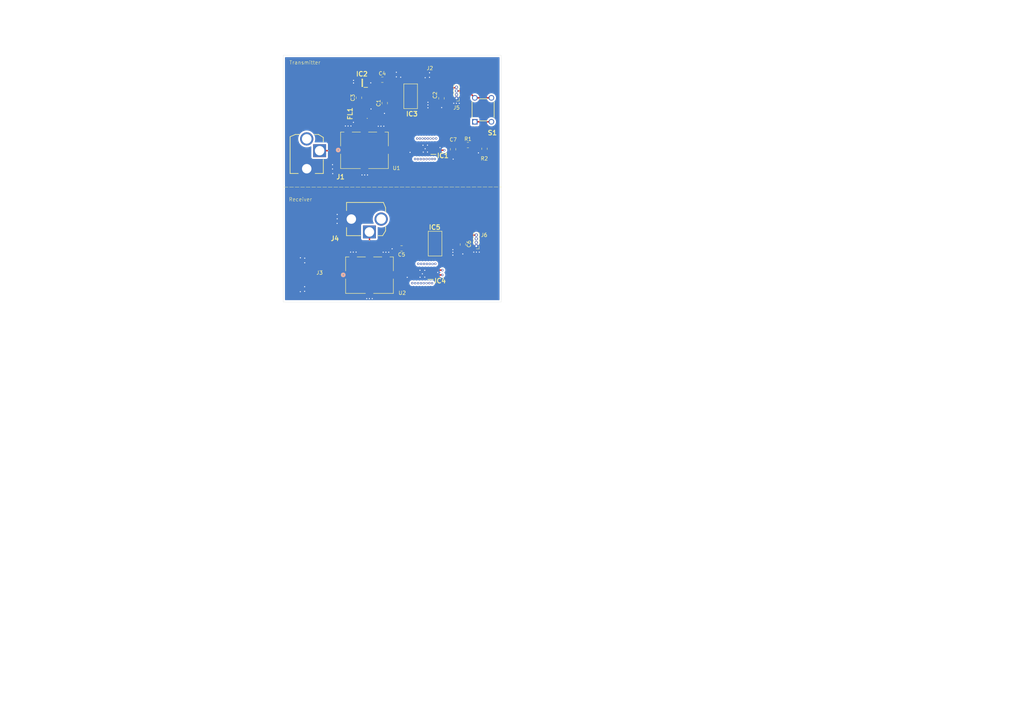
<source format=kicad_pcb>
(kicad_pcb
	(version 20241229)
	(generator "pcbnew")
	(generator_version "9.0")
	(general
		(thickness 1.5318)
		(legacy_teardrops no)
	)
	(paper "A4")
	(layers
		(0 "F.Cu" signal)
		(4 "In1.Cu" signal)
		(6 "In2.Cu" signal)
		(2 "B.Cu" signal)
		(9 "F.Adhes" user "F.Adhesive")
		(11 "B.Adhes" user "B.Adhesive")
		(13 "F.Paste" user)
		(15 "B.Paste" user)
		(5 "F.SilkS" user "F.Silkscreen")
		(7 "B.SilkS" user "B.Silkscreen")
		(1 "F.Mask" user)
		(3 "B.Mask" user)
		(17 "Dwgs.User" user "User.Drawings")
		(19 "Cmts.User" user "User.Comments")
		(21 "Eco1.User" user "User.Eco1")
		(23 "Eco2.User" user "User.Eco2")
		(25 "Edge.Cuts" user)
		(27 "Margin" user)
		(31 "F.CrtYd" user "F.Courtyard")
		(29 "B.CrtYd" user "B.Courtyard")
		(35 "F.Fab" user)
		(33 "B.Fab" user)
		(39 "User.1" user)
		(41 "User.2" user)
		(43 "User.3" user)
		(45 "User.4" user)
	)
	(setup
		(stackup
			(layer "F.SilkS"
				(type "Top Silk Screen")
			)
			(layer "F.Paste"
				(type "Top Solder Paste")
			)
			(layer "F.Mask"
				(type "Top Solder Mask")
				(thickness 0.01)
			)
			(layer "F.Cu"
				(type "copper")
				(thickness 0.0432)
			)
			(layer "dielectric 1"
				(type "prepreg")
				(thickness 0.1999)
				(material "FR4")
				(epsilon_r 3.68)
				(loss_tangent 0.02)
			)
			(layer "In1.Cu"
				(type "copper")
				(thickness 0.0175)
			)
			(layer "dielectric 2"
				(type "core")
				(thickness 0.9906)
				(material "FR4")
				(epsilon_r 3.68)
				(loss_tangent 0.02)
			)
			(layer "In2.Cu"
				(type "copper")
				(thickness 0.0175)
			)
			(layer "dielectric 3"
				(type "prepreg")
				(thickness 0.1999)
				(material "FR4")
				(epsilon_r 3.68)
				(loss_tangent 0.02)
			)
			(layer "B.Cu"
				(type "copper")
				(thickness 0.0432)
			)
			(layer "B.Mask"
				(type "Bottom Solder Mask")
				(thickness 0.01)
			)
			(layer "B.Paste"
				(type "Bottom Solder Paste")
			)
			(layer "B.SilkS"
				(type "Bottom Silk Screen")
			)
			(copper_finish "None")
			(dielectric_constraints no)
		)
		(pad_to_mask_clearance 0)
		(allow_soldermask_bridges_in_footprints no)
		(tenting front back)
		(pcbplotparams
			(layerselection 0x00000000_00000000_55555555_5755f5ff)
			(plot_on_all_layers_selection 0x00000000_00000000_00000000_00000000)
			(disableapertmacros no)
			(usegerberextensions no)
			(usegerberattributes yes)
			(usegerberadvancedattributes yes)
			(creategerberjobfile yes)
			(dashed_line_dash_ratio 12.000000)
			(dashed_line_gap_ratio 3.000000)
			(svgprecision 4)
			(plotframeref no)
			(mode 1)
			(useauxorigin no)
			(hpglpennumber 1)
			(hpglpenspeed 20)
			(hpglpendiameter 15.000000)
			(pdf_front_fp_property_popups yes)
			(pdf_back_fp_property_popups yes)
			(pdf_metadata yes)
			(pdf_single_document no)
			(dxfpolygonmode yes)
			(dxfimperialunits yes)
			(dxfusepcbnewfont yes)
			(psnegative no)
			(psa4output no)
			(plot_black_and_white yes)
			(sketchpadsonfab no)
			(plotpadnumbers no)
			(hidednponfab no)
			(sketchdnponfab yes)
			(crossoutdnponfab yes)
			(subtractmaskfromsilk no)
			(outputformat 1)
			(mirror no)
			(drillshape 1)
			(scaleselection 1)
			(outputdirectory "")
		)
	)
	(net 0 "")
	(net 1 "GND")
	(net 2 "Net-(IC1-VCC_1)")
	(net 3 "Net-(IC2-RF_IN)")
	(net 4 "Net-(FL1-OUTPUT)")
	(net 5 "Net-(C4-Pad2)")
	(net 6 "Net-(IC2-RF_OUT)")
	(net 7 "Net-(IC4-VCC_1)")
	(net 8 "Net-(IC5-IN)")
	(net 9 "Net-(FL1-INPUT)")
	(net 10 "Net-(IC1-TUNE)")
	(net 11 "unconnected-(IC1-N.C.-Pad1)")
	(net 12 "Net-(IC1-OUT)")
	(net 13 "unconnected-(IC3-OUT_2-Pad2)")
	(net 14 "Net-(IC4-TUNE)")
	(net 15 "Net-(IC4-OUT)")
	(net 16 "unconnected-(IC4-N.C.-Pad1)")
	(net 17 "unconnected-(IC5-OUT_2-Pad2)")
	(net 18 "Net-(U2-F)")
	(net 19 "Net-(J4-SLEEVE)")
	(net 20 "Net-(J1-SLEEVE)")
	(net 21 "unconnected-(J1-RING-Pad3)")
	(net 22 "unconnected-(J4-RING-Pad3)")
	(net 23 "Net-(IC3-IN)")
	(net 24 "Net-(IC1-~{SHDN})")
	(net 25 "Net-(IC4-~{SHDN})")
	(net 26 "Net-(J5-Pin_3)")
	(net 27 "Net-(S1-COM_1)")
	(footprint "Resistor_SMD:R_0805_2012Metric_Pad1.20x1.40mm_HandSolder" (layer "F.Cu") (at 137.25 48.925))
	(footprint "Connector_PinHeader_1.00mm:PinHeader_1x04_P1.00mm_Vertical" (layer "F.Cu") (at 134.15 36.225 180))
	(footprint "MAX2623EUA:SOP65P490X110-9N" (layer "F.Cu") (at 125.675 49.9 180))
	(footprint "SYM_63LH:TTT166_MNC" (layer "F.Cu") (at 109.175 50.35 180))
	(footprint "ADP3338AKCZ-5-R7:SOT230P700X180-4N" (layer "F.Cu") (at 121.7 35.675 180))
	(footprint "MAX2623EUA:SOP65P490X110-9N" (layer "F.Cu") (at 124.8869 83.8685 180))
	(footprint "RF2-143-T-17-50-G:ADAMTECH_RF2-143-T-17-50-G" (layer "F.Cu") (at 122.2 25.5934 180))
	(footprint "ADP3338AKCZ-5-R7:SOT230P700X180-4N" (layer "F.Cu") (at 128.3325 75.7 180))
	(footprint "Connector_PinHeader_1.00mm:PinHeader_1x04_P1.00mm_Vertical" (layer "F.Cu") (at 139.5325 76.375 180))
	(footprint "Capacitor_SMD:C_0805_2012Metric_Pad1.18x1.45mm_HandSolder" (layer "F.Cu") (at 107.675 36.075 90))
	(footprint "Capacitor_SMD:C_0805_2012Metric_Pad1.18x1.45mm_HandSolder" (layer "F.Cu") (at 130.075 36.2375 90))
	(footprint "Capacitor_SMD:C_0805_2012Metric_Pad1.18x1.45mm_HandSolder" (layer "F.Cu") (at 135.8825 75.9375 -90))
	(footprint "SJ3-35053A:SJ335053A" (layer "F.Cu") (at 97 50.45 90))
	(footprint "SJ3-35053A:SJ335053A" (layer "F.Cu") (at 110.5075 72.525))
	(footprint "Capacitor_SMD:C_0805_2012Metric_Pad1.18x1.45mm_HandSolder" (layer "F.Cu") (at 114.675 37.525 90))
	(footprint "Capacitor_SMD:C_0805_2012Metric_Pad1.18x1.45mm_HandSolder" (layer "F.Cu") (at 114.0125 31.175))
	(footprint "TS02-66-73-BK-260-SCR-D:TS026673BK260SCRD" (layer "F.Cu") (at 139.125 42.6 90))
	(footprint "RF2-143-T-17-50-G:ADAMTECH_RF2-143-T-17-50-G" (layer "F.Cu") (at 87.8551 84.1063 -90))
	(footprint "Capacitor_SMD:C_0805_2012Metric_Pad1.18x1.45mm_HandSolder" (layer "F.Cu") (at 119.245 77 180))
	(footprint "Resistor_SMD:R_0805_2012Metric_Pad1.20x1.40mm_HandSolder" (layer "F.Cu") (at 141.75 49.925 90))
	(footprint "Capacitor_SMD:C_0805_2012Metric_Pad1.18x1.45mm_HandSolder" (layer "F.Cu") (at 133.225 50.0625 90))
	(footprint "SF2098H:SF2098H" (layer "F.Cu") (at 108.575 40.975 90))
	(footprint "SYM_63LH:TTT166_MNC" (layer "F.Cu") (at 110.5369 84.2635 180))
	(footprint "BGA2866_115:SOT65P210X110-6N" (layer "F.Cu") (at 108.575 32.025 180))
	(gr_line
		(start 87.325 60.35)
		(end 146.375 60.3)
		(stroke
			(width 0.1)
			(type dash)
		)
		(layer "F.SilkS")
		(uuid "360b87df-3f0b-4ea0-9a3c-dcfb694ccd33")
	)
	(gr_rect
		(start 87.1 24.5493)
		(end 146.325 91.5507)
		(stroke
			(width 0.05)
			(type default)
		)
		(fill no)
		(layer "Edge.Cuts")
		(uuid "68713d1b-9b51-4673-b1bb-da439887594a")
	)
	(gr_text "Transmitter\n"
		(at 88.725 27.1 0)
		(layer "F.SilkS")
		(uuid "4fdb36d8-f8aa-440b-84b9-54de55c0eb00")
		(effects
			(font
				(size 1 1)
				(thickness 0.1)
			)
			(justify left bottom)
		)
	)
	(gr_text "Receiver\n"
		(at 88.575 64.275 0)
		(layer "F.SilkS")
		(uuid "e22d83a3-fbef-492c-bd19-5cf3b813f5aa")
		(effects
			(font
				(size 1 1)
				(thickness 0.1)
			)
			(justify left bottom)
		)
	)
	(via
		(at 124.5075 86.45)
		(size 0.6)
		(drill 0.3)
		(layers "F.Cu" "B.Cu")
		(net 0)
		(uuid "05471241-a788-48f3-92f8-3ca2ea1909b9")
	)
	(via
		(at 127.525 52.7)
		(size 0.6)
		(drill 0.3)
		(layers "F.Cu" "B.Cu")
		(net 0)
		(uuid "10253ea0-fdec-481f-bb1b-05767e29ebc3")
	)
	(via
		(at 125.275 52.725)
		(size 0.6)
		(drill 0.3)
		(layers "F.Cu" "B.Cu")
		(net 0)
		(uuid "1b9d26a1-422d-4a54-9477-dfcf8a0ed18d")
	)
	(via
		(at 126.9075 81.2)
		(size 0.6)
		(drill 0.3)
		(layers "F.Cu" "B.Cu")
		(net 0)
		(uuid "2167c15d-0f92-40e4-a92c-f1f15693ee85")
	)
	(via
		(at 125.65 47.15)
		(size 0.6)
		(drill 0.3)
		(layers "F.Cu" "B.Cu")
		(net 0)
		(uuid "27d72ae4-2028-414d-a49f-b3485f4ed30e")
	)
	(via
		(at 124.5325 81.2)
		(size 0.6)
		(drill 0.3)
		(layers "F.Cu" "B.Cu")
		(net 0)
		(uuid "280c5654-9a11-4b46-86fc-7ecb6a03cc88")
	)
	(via
		(at 126.1325 81.2)
		(size 0.6)
		(drill 0.3)
		(layers "F.Cu" "B.Cu")
		(net 0)
		(uuid "385c9f87-3059-4828-96ec-78bc08fad6de")
	)
	(via
		(at 128.625 47.125)
		(size 0.6)
		(drill 0.3)
		(layers "F.Cu" "B.Cu")
		(net 0)
		(uuid "4062bf84-98c7-4efc-91b3-8e010100aa43")
	)
	(via
		(at 127.85 47.15)
		(size 0.6)
		(drill 0.3)
		(layers "F.Cu" "B.Cu")
		(net 0)
		(uuid "4203fc0c-82f0-40fb-a7c5-cdb4f37fd5de")
	)
	(via
		(at 124.225 47.15)
		(size 0.6)
		(drill 0.3)
		(layers "F.Cu" "B.Cu")
		(net 0)
		(uuid "42f1dca7-c1c7-4644-bdf4-c238741bfe18")
	)
	(via
		(at 124.475 52.725)
		(size 0.6)
		(drill 0.3)
		(layers "F.Cu" "B.Cu")
		(net 0)
		(uuid "4aac8b2f-b191-4b7f-bfa4-97ac7baf24ce")
	)
	(via
		(at 126.8 52.725)
		(size 0.6)
		(drill 0.3)
		(layers "F.Cu" "B.Cu")
		(net 0)
		(uuid "5059caa2-2d5e-457c-9f64-2bcef73ab82c")
	)
	(via
		(at 122.9075 86.45)
		(size 0.6)
		(drill 0.3)
		(layers "F.Cu" "B.Cu")
		(net 0)
		(uuid "7ea1d8de-3aaf-4179-b4dd-b4e7a95e6aae")
	)
	(via
		(at 127.1 47.15)
		(size 0.6)
		(drill 0.3)
		(layers "F.Cu" "B.Cu")
		(net 0)
		(uuid "7f1b3111-eb9a-475d-80bd-9f32db965994")
	)
	(via
		(at 127.6575 81.2)
		(size 0.6)
		(drill 0.3)
		(layers "F.Cu" "B.Cu")
		(net 0)
		(uuid "81a059b5-dc82-4e44-81d9-89a8c0dc9522")
	)
	(via
		(at 126.7575 86.425)
		(size 0.6)
		(drill 0.3)
		(layers "F.Cu" "B.Cu")
		(net 0)
		(uuid "8261ad16-63d3-4eb5-86cd-78a58b7bc697")
	)
	(via
		(at 123.5 47.15)
		(size 0.6)
		(drill 0.3)
		(layers "F.Cu" "B.Cu")
		(net 0)
		(uuid "868f148f-93c5-480b-add9-353341dc7066")
	)
	(via
		(at 125.2825 86.45)
		(size 0.6)
		(drill 0.3)
		(layers "F.Cu" "B.Cu")
		(net 0)
		(uuid "8dc39265-6808-416c-b806-27c6858ccb1c")
	)
	(via
		(at 125.3325 81.2)
		(size 0.6)
		(drill 0.3)
		(layers "F.Cu" "B.Cu")
		(net 0)
		(uuid "90bf9ae2-b943-4f23-966c-cd10ba051453")
	)
	(via
		(at 124.95 47.15)
		(size 0.6)
		(drill 0.3)
		(layers "F.Cu" "B.Cu")
		(net 0)
		(uuid "92252b02-c792-4a2a-8680-8f5370714af3")
	)
	(via
		(at 127.5075 86.425)
		(size 0.6)
		(drill 0.3)
		(layers "F.Cu" "B.Cu")
		(net 0)
		(uuid "a2d1311f-3371-419e-b742-2d4f40f71761")
	)
	(via
		(at 122.9 52.7)
		(size 0.6)
		(drill 0.3)
		(layers "F.Cu" "B.Cu")
		(net 0)
		(uuid "ac6c6802-fc31-4e2b-a5fc-fc8dc658a12e")
	)
	(via
		(at 126.0325 86.45)
		(size 0.6)
		(drill 0.3)
		(layers "F.Cu" "B.Cu")
		(net 0)
		(uuid "cc52e904-26d6-4e17-93d2-ede12b4cfb57")
	)
	(via
		(at 126.375 47.15)
		(size 0.6)
		(drill 0.3)
		(layers "F.Cu" "B.Cu")
		(net 0)
		(uuid "dac42783-d0ae-480d-9bff-356208bf9af4")
	)
	(via
		(at 123.7075 86.45)
		(size 0.6)
		(drill 0.3)
		(layers "F.Cu" "B.Cu")
		(net 0)
		(uuid "dce87b1d-2966-4c1d-8f49-e30eadd4c530")
	)
	(via
		(at 123.675 52.725)
		(size 0.6)
		(drill 0.3)
		(layers "F.Cu" "B.Cu")
		(net 0)
		(uuid "e68e3da0-effe-4108-97e7-6f36f19d9f71")
	)
	(via
		(at 128.275 52.7)
		(size 0.6)
		(drill 0.3)
		(layers "F.Cu" "B.Cu")
		(net 0)
		(uuid "e6e33a3d-a7ba-41a0-8a62-71b8eb05ffaf")
	)
	(via
		(at 122.1325 86.425)
		(size 0.6)
		(drill 0.3)
		(layers "F.Cu" "B.Cu")
		(net 0)
		(uuid "ed8899bf-a876-4bdf-9c1d-b06a225619d3")
	)
	(via
		(at 123.7575 81.175)
		(size 0.6)
		(drill 0.3)
		(layers "F.Cu" "B.Cu")
		(net 0)
		(uuid "ef630360-10ae-464f-a980-702a81ad8033")
	)
	(via
		(at 128.3825 81.175)
		(size 0.6)
		(drill 0.3)
		(layers "F.Cu" "B.Cu")
		(net 0)
		(uuid "f826b0da-a435-40fa-ae63-157a6813054e")
	)
	(via
		(at 126.05 52.725)
		(size 0.6)
		(drill 0.3)
		(layers "F.Cu" "B.Cu")
		(net 0)
		(uuid "fd53df32-8672-436d-9d4c-f8d9f8a4c7e2")
	)
	(segment
		(start 133.1575 78.825)
		(end 132.3465 78.825)
		(width 0.4)
		(layer "F.Cu")
		(net 1)
		(uuid "017f4498-d467-4967-8ec2-3937f35880aa")
	)
	(segment
		(start 108.5 55.343)
		(end 109.175 54.668)
		(width 0.4)
		(layer "F.Cu")
		(net 1)
		(uuid "03e75206-06c9-4878-93cd-7a31ad18c50f")
	)
	(segment
		(start 126 49.575)
		(end 127.887 49.575)
		(width 0.4)
		(layer "F.Cu")
		(net 1)
		(uuid "04036775-2c86-427f-b430-33c5be745d89")
	)
	(segment
		(start 134.125 37.575)
		(end 134.125 36.25)
		(width 0.4)
		(layer "F.Cu")
		(net 1)
		(uuid "051eabbc-7423-4dae-a4ce-6f0505747eff")
	)
	(segment
		(start 125.05 49.275)
		(end 125.05 48.975)
		(width 0.4)
		(layer "F.Cu")
		(net 1)
		(uuid "06961afc-1947-4771-a06e-9acccc07e6fe")
	)
	(segment
		(start 100.55 56.675)
		(end 96.925 56.675)
		(width 0.4)
		(layer "F.Cu")
		(net 1)
		(uuid "06967d45-c64c-4c0b-9e06-265279eadc7f")
	)
	(segment
		(start 140.3325 78)
		(end 140.3325 77.175)
		(width 0.4)
		(layer "F.Cu")
		(net 1)
		(uuid "078d2a52-746e-4943-965f-ed09907fdf05")
	)
	(segment
		(start 125.675 49.55)
		(end 126.275 48.95)
		(width 0.4)
		(layer "F.Cu")
		(net 1)
		(uuid "07a683da-de3c-4725-bf7a-96f4d0079947")
	)
	(segment
		(start 114.6 38.6375)
		(end 114.675 38.5625)
		(width 0.4)
		(layer "F.Cu")
		(net 1)
		(uuid "0b3c0735-96fe-4fb6-be5e-d7ac43480b2c")
	)
	(segment
		(start 123.463 50.875)
		(end 125.1 50.875)
		(width 0.4)
		(layer "F.Cu")
		(net 1)
		(uuid "0c7dd232-9957-447d-91d7-140d6716a9c3")
	)
	(segment
		(start 110 55.493)
		(end 109.175 54.668)
		(width 0.4)
		(layer "F.Cu")
		(net 1)
		(uuid "0e309280-7f71-4237-a1a9-f5ea08137692")
	)
	(segment
		(start 106.2 32.075)
		(end 106.25 32.025)
		(width 0.4)
		(layer "F.Cu")
		(net 1)
		(uuid "0e83da14-0685-451a-b72b-c97775cbacb7")
	)
	(segment
		(start 106.9075 78)
		(end 106.9075 79.0029)
		(width 0.4)
		(layer "F.Cu")
		(net 1)
		(uuid "0ea12341-623c-4032-8545-a762bd817982")
	)
	(segment
		(start 126.275 50.825)
		(end 126.35 50.9)
		(width 0.4)
		(layer "F.Cu")
		(net 1)
		(uuid "0f01de68-488a-49d0-a3d2-b0bde3e347ed")
	)
	(segment
		(start 89.8617 81.325)
		(end 92.52545 81.325)
		(width 0.4)
		(layer "F.Cu")
		(net 1)
		(uuid "0f622610-1777-462c-85c7-89a6aaf884a4")
	)
	(segment
		(start 119.4187 30.0813)
		(end 119 30.5)
		(width 0.4)
		(layer "F.Cu")
		(net 1)
		(uuid "0f9b1f46-36b5-422e-ae99-0171287d99dd")
	)
	(segment
		(start 125.675 49.9)
		(end 125.675 50.3)
		(width 0.4)
		(layer "F.Cu")
		(net 1)
		(uuid "11e30840-bc1d-47cb-9f7d-8e65de25983a")
	)
	(segment
		(start 125.1375 50.8375)
		(end 125.025 50.95)
		(width 0.4)
		(layer "F.Cu")
		(net 1)
		(uuid "15d4256e-c09b-4592-8691-8c8b20db20af")
	)
	(segment
		(start 127.1174 83.525)
		(end 127.0989 83.5435)
		(width 0.4)
		(layer "F.Cu")
		(net 1)
		(uuid "180d7dde-746f-4ad9-9c2b-8b35704778da")
	)
	(segment
		(start 105.5 45.135)
		(end 104.73 45.905)
		(width 0.4)
		(layer "F.Cu")
		(net 1)
		(uuid "1a870b39-87d3-4f7d-bff0-34f7918ee9cc")
	)
	(segment
		(start 125.0625 50.5125)
		(end 125.65 49.925)
		(width 0.4)
		(layer "F.Cu")
		(net 1)
		(uuid "1aa1e813-d376-4c5a-b629-7ffd00617a3a")
	)
	(segment
		(start 89.8617 86.8876)
		(end 91.17715 86.8876)
		(width 0.4)
		(layer "F.Cu")
		(net 1)
		(uuid "1ae1bd17-4684-4e7f-b75b-e8f61488288d")
	)
	(segment
		(start 134.9 37.575)
		(end 134.9 36.975)
		(width 0.4)
		(layer "F.Cu")
		(net 1)
		(uuid "1c251a21-d28c-4438-a74a-164a43a9a670")
	)
	(segment
		(start 124.8869 83.9)
		(end 124.8869 83.8685)
		(width 0.4)
		(layer "F.Cu")
		(net 1)
		(uuid "1cab4de6-166c-4a05-838f-85651eeafcad")
	)
	(segment
		(start 89.8617 86.8876)
		(end 92.42715 86.8876)
		(width 0.4)
		(layer "F.Cu")
		(net 1)
		(uuid "1f060519-b84a-4ec2-9838-e010d2c6db2e")
	)
	(segment
		(start 114.9825 79.8179)
		(end 114.9819 79.8185)
		(width 0.4)
		(layer "F.Cu")
		(net 1)
		(uuid "20ce8ea3-ecfb-4805-9835-e832de39265d")
	)
	(segment
		(start 124.8869 84.1956)
		(end 124.2575 84.825)
		(width 0.4)
		(layer "F.Cu")
		(net 1)
		(uuid "234628dc-03e3-46fd-a28f-cf633483c083")
	)
	(segment
		(start 115.7575 78.025)
		(end 115.7575 79.0429)
		(width 0.4)
		(layer "F.Cu")
		(net 1)
		(uuid "238775e7-6ac4-43f3-8a54-79332160cc37")
	)
	(segment
		(start 125.675 49.55)
		(end 125.675 49.9)
		(width 0.4)
		(layer "F.Cu")
		(net 1)
		(uuid "2484ad8c-267d-4784-a472-8eecfaa13a60")
	)
	(segment
		(start 124.9813 29.9563)
		(end 125.65 30.625)
		(width 0.4)
		(layer "F.Cu")
		(net 1)
		(uuid "2e358cd1-b555-4c99-94c6-e4d2bb952d76")
	)
	(segment
		(start 124.8869 83.5956)
		(end 124.8869 83.8685)
		(width 0.4)
		(layer "F.Cu")
		(net 1)
		(uuid "2e6fb30f-7392-439f-8a23-609f3935cd4c")
	)
	(segment
		(start 110.5075 88.6109)
		(end 110.5369 88.5815)
		(width 0.4)
		(layer "F.Cu")
		(net 1)
		(uuid "3089d2e1-d939-438c-970b-886a87d1ed25")
	)
	(segment
		(start 119.4187 27.6)
		(end 119.4187 30.0813)
		(width 0.4)
		(layer "F.Cu")
		(net 1)
		(uuid "314f855d-3ffe-41f5-a2ed-cdc479646f6b")
	)
	(segment
		(start 104.4325 70.2)
		(end 105.6075 69.025)
		(width 0.4)
		(layer "F.Cu")
		(net 1)
		(uuid "3a5a264a-776e-4d2e-95d4-8e847d98742b")
	)
	(segment
		(start 89.8617 81.325)
		(end 90.00045 81.325)
		(width 0.4)
		(layer "F.Cu")
		(net 1)
		(uuid "407ad3b6-7ed5-442e-991e-5f081227058b")
	)
	(segment
		(start 107.975 41.575)
		(end 109.175 40.375)
		(width 0.4)
		(layer "F.Cu")
		(net 1)
		(uuid "42698912-4d81-47fe-a113-863dc3e141dc")
	)
	(segment
		(start 104 45.175)
		(end 104.73 45.905)
		(width 0.4)
		(layer "F.Cu")
		(net 1)
		(uuid "4676eab2-afc5-4fd1-82fc-555d1f860689")
	)
	(segment
		(start 105.5 43.75)
		(end 105.5 45.135)
		(width 0.4)
		(layer "F.Cu")
		(net 1)
		(uuid "47066365-b93f-4f49-8446-972fec87f80d")
	)
	(segment
		(start 110.95 39.125)
		(end 110.325 39.125)
		(width 0.4)
		(layer "F.Cu")
		(net 1)
		(uuid "4965db02-8361-4386-b487-96a2a2065001")
	)
	(segment
		(start 123.438 50.9)
		(end 123.463 50.875)
		(width 0.4)
		(layer "F.Cu")
		(net 1)
		(uuid "4df08c3b-9f7b-4b87-8931-eaa4630714f5")
	)
	(segment
		(start 138.8325 78)
		(end 138.8325 77.075)
		(width 0.4)
		(layer "F.Cu")
		(net 1)
		(uuid "4e477ee8-413b-4fe8-85ce-dde845f1c1b4")
	)
	(segment
		(start 140.1 51.05)
		(end 141.625 51.05)
		(width 0.4)
		(layer "F.Cu")
		(net 1)
		(uuid "4f1874e0-34d6-42c5-8953-4a67591d36db")
	)
	(segment
		(start 114.2575 78.025)
		(end 114.2575 79.0941)
		(width 0.4)
		(layer "F.Cu")
		(net 1)
		(uuid "5062eb50-7d1a-4938-bcdd-f968ed7e04c4")
	)
	(segment
		(start 107.975 41.675)
		(end 107.975 41.575)
		(width 0.4)
		(layer "F.Cu")
		(net 1)
		(uuid "509d4b51-21f0-4b0e-a91c-4327a54c9d22")
	)
	(segment
		(start 125.05 48.975)
		(end 125.05 48.925)
		(width 0.4)
		(layer "F.Cu")
		(net 1)
		(uuid "51f5e483-aa65-48eb-9d90-2bea7bc11c39")
	)
	(segment
		(start 114.2575 79.0941)
		(end 114.9819 79.8185)
		(width 0.4)
		(layer "F.Cu")
		(net 1)
		(uuid "5255e00f-7988-4363-8fb1-8e23c6f289c5")
	)
	(segment
		(start 132.2193 77.325)
		(end 131.5329 78.0114)
		(width 0.4)
		(layer "F.Cu")
		(net 1)
		(uuid "5355386d-b24e-4ad9-8574-a3407b4a5211")
	)
	(segment
		(start 113.65 43.8)
		(end 113.65 45.875)
		(width 0.4)
		(layer "F.Cu")
		(net 1)
		(uuid "56f3cccc-b97d-409c-abb6-a8883392d132")
	)
	(segment
		(start 114.425 43.8)
		(end 114.425 45.1)
		(width 0.4)
		(layer "F.Cu")
		(net 1)
		(uuid "57685fd8-f1ec-4e1c-9392-0c131a7775d7")
	)
	(segment
		(start 106.1325 79.7779)
		(end 106.0919 79.8185)
		(width 0.4)
		(layer "F.Cu")
		(net 1)
		(uuid "581d26b1-8100-41c9-8267-ac70e1da6187")
	)
	(segment
		(start 112.925 45.21)
		(end 113.62 45.905)
		(width 0.4)
		(layer "F.Cu")
		(net 1)
		(uuid "5a1e4d58-ece2-4b2d-b332-ab331740a67b")
	)
	(segment
		(start 118.1075 77.1)
		(end 118.2075 77)
		(width 0.4)
		(layer "F.Cu")
		(net 1)
		(uuid "5a89305e-9f53-4d0a-9453-784f9cc78cfe")
	)
	(segment
		(start 106.9075 79.0029)
		(end 106.0919 79.8185)
		(width 0.4)
		(layer "F.Cu")
		(net 1)
		(uuid "5ab8374a-5ac8-489b-8455-6e1c418e62a2")
	)
	(segment
		(start 125.675 49.9)
		(end 126 49.575)
		(width 0.4)
		(layer "F.Cu")
		(net 1)
		(uuid "5b2df7ec-404f-49cc-a123-da424e6816c3")
	)
	(segment
		(start 133.4 36.975)
		(end 134.15 36.225)
		(width 0.4)
		(layer "F.Cu")
		(net 1)
		(uuid "5cf0b1e7-dd3c-4d1e-8f85-2e22ac0a0a69")
	)
	(segment
		(start 135.8575 77)
		(end 135.8825 76.975)
		(width 0.4)
		(layer "F.Cu")
		(net 1)
		(uuid "5d52db44-b3d6-446f-9d8b-c3eb9028aa7b")
	)
	(segment
		(start 125.5868 37.3)
		(end 124.9004 37.9864)
		(width 0.4)
		(layer "F.Cu")
		(net 1)
		(uuid "5d79a198-9239-4d5e-a6eb-65361e422b78")
	)
	(segment
		(start 106.9 42.75)
		(end 107.975 41.675)
		(width 0.4)
		(layer "F.Cu")
		(net 1)
		(uuid "5d9a5ec8-8123-4e51-986f-159a840d1577")
	)
	(segment
		(start 110.875 32.025)
		(end 109.525 32.025)
		(width 0.4)
		(layer "F.Cu")
		(net 1)
		(uuid "5dc2d0d1-2c1e-4462-a60a-f35af98da41d")
	)
	(segment
		(start 124.8869 83.5794)
		(end 124.8869 83.8685)
		(width 0.4)
		(layer "F.Cu")
		(net 1)
		(uuid "604fed24-a3db-40ed-aa93-11696b9fea17")
	)
	(segment
		(start 124.9813 28.6813)
		(end 126.825 30.525)
		(width 0.4)
		(layer "F.Cu")
		(net 1)
		(uuid "6094e1b7-e537-4a9e-87b0-c88b48a66f60")
	)
	(segment
		(start 105.4075 78)
		(end 105.4075 79.1341)
		(width 0.4)
		(layer "F.Cu")
		(net 1)
		(uuid "60ff7a99-e0ea-4c02-b5cd-0aa35a84f602")
	)
	(segment
		(start 140.3325 77.175)
		(end 139.5325 76.375)
		(width 0.4)
		(layer "F.Cu")
		(net 1)
		(uuid "621baa2a-5cc3-4dfd-bde3-719bea6a25a9")
	)
	(segment
		(start 100.5 54.25)
		(end 96.775 54.25)
		(width 0.4)
		(layer "F.Cu")
		(net 1)
		(uuid "64163fad-70fd-41bb-b07e-212a4e80a807")
	)
	(segment
		(start 90.00045 81.325)
		(end 91.7825 79.54295)
		(width 0.4)
		(layer "F.Cu")
		(net 1)
		(uuid "65f2f31c-be26-4c5f-aac4-6623b835c4a8")
	)
	(segment
		(start 95.6 55.35)
		(end 93.5 55.35)
		(width 0.4)
		(layer "F.Cu")
		(net 1)
		(uuid "6b2cc20d-bab2-4efe-9a97-8dd92179d206")
	)
	(segment
		(start 130.125 37.325)
		(end 130.075 37.275)
		(width 0.4)
		(layer "F.Cu")
		(net 1)
		(uuid "7061baaa-f49e-4dcf-bac0-95974a2d8063")
	)
	(segment
		(start 111.2825 90.625)
		(end 111.2825 89.3271)
		(width 0.4)
		(layer "F.Cu")
		(net 1)
		(uuid "71f51682-8309-45e1-9a4e-df8bcb749b68")
	)
	(segment
		(start 133.1575 77.325)
		(end 132.2193 77.325)
		(width 0.4)
		(layer "F.Cu")
		(net 1)
		(uuid "726302f4-8d88-43a0-9632-62ce11ced426")
	)
	(segment
		(start 125.675 50.225)
		(end 126.275 50.825)
		(width 0.4)
		(layer "F.Cu")
		(net 1)
		(uuid "72dcd6d6-4b23-424a-a31e-81af6a67959d")
	)
	(segment
		(start 116.6825 77.1)
		(end 118.1075 77.1)
		(width 0.4)
		(layer "F.Cu")
		(net 1)
		(uuid "735c2997-64b2-4d2f-ac6a-86c35e2cb626")
	)
	(segment
		(start 134.125 36.25)
		(end 134.15 36.225)
		(width 0.4)
		(layer "F.Cu")
		(net 1)
		(uuid "74c0137d-f654-405c-be25-25a6774c128a")
	)
	(segment
		(start 141.625 51.05)
		(end 141.75 50.925)
		(width 0.4)
		(layer "F.Cu")
		(net 1)
		(uuid "75050518-c330-44bf-bf31-26c7eb82ea4b")
	)
	(segment
		(start 119.375 27.6)
		(end 117.825 29.15)
		(width 0.4)
		(layer "F.Cu")
		(net 1)
		(uuid "771afbe4-80e3-4c46-90af-989df2839ff8")
	)
	(segment
		(start 120.7825 84.85)
		(end 122.6684 84.85)
		(width 0.4)
		(layer "F.Cu")
		(net 1)
		(uuid "7a888bbc-af27-4d07-8e7c-e350f180316e")
	)
	(segment
		(start 133.4 37.575)
		(end 133.4 36.975)
		(width 0.4)
		(layer "F.Cu")
		(net 1)
		(uuid "7bc6b87b-74e5-41dd-9497-142a234a11a9")
	)
	(segment
		(start 104.3575 67.775)
		(end 105.6075 69.025)
		(width 0.4)
		(layer "F.Cu")
		(net 1)
		(uuid "80735988-e98d-41fc-8de8-f60a7310615c")
	)
	(segment
		(start 109.175 40.375)
		(end 109.175 40.275)
		(width 0.4)
		(layer "F.Cu")
		(net 1)
		(uuid "822ecdc9-ea5c-4201-8c91-af97ba430048")
	)
	(segment
		(start 91.27545 81.325)
		(end 92.9575 79.64295)
		(width 0.4)
		(layer "F.Cu")
		(net 1)
		(uuid "82d2ca89-3acd-4c41-93ea-9e86c5390c6e")
	)
	(segment
		(start 125.15 27.6)
		(end 126.825 29.275)
		(width 0.4)
		(layer "F.Cu")
		(net 1)
		(uuid "85c79abd-c6dc-4623-a1c1-24eeaa67717a")
	)
	(segment
		(start 96.775 54.25)
		(end 95.675 55.35)
		(width 0.4)
		(layer "F.Cu")
		(net 1)
		(uuid "862b997c-1616-475a-b40d-3c4cf74bb20f")
	)
	(segment
		(start 106.25 32.025)
		(end 107.625 32.025)
		(width 0.4)
		(layer "F.Cu")
		(net 1)
		(uuid "88a3f3d0-8c3e-46b7-b539-ec3a9b728794")
	)
	(segment
		(start 95.675 55.35)
		(end 95.6 55.35)
		(width 0.4)
		(layer "F.Cu")
		(net 1)
		(uuid "8bdf26a2-8021-43ae-9ba0-c1fe7a81e414")
	)
	(segment
		(start 124.8869 83.5794)
		(end 124.2325 82.925)
		(width 0.4)
		(layer "F.Cu")
		(net 1)
		(uuid "8d7be64d-9fa1-46a3-b50d-42234aecdc1b")
	)
	(segment
		(start 106.175 42.75)
		(end 106.9 42.75)
		(width 0.4)
		(layer "F.Cu")
		(net 1)
		(uuid "8dcf799b-527b-4cb6-9430-eb53bc3eac2c")
	)
	(segment
		(start 112.925 43.8)
		(end 112.925 45.21)
		(width 0.4)
		(layer "F.Cu")
		(net 1)
		(uuid "911c2d13-58a6-43e6-b126-2cb42bc17625")
	)
	(segment
		(start 119.4187 27.6)
		(end 119.4187 28.8063)
		(width 0.4)
		(layer "F.Cu")
		(net 1)
		(uuid "93338742-27e2-4b8c-974e-9b333fee1280")
	)
	(segment
		(start 133.25 51.125)
		(end 133.225 51.1)
		(width 0.4)
		(layer "F.Cu")
		(net 1)
		(uuid "9b2dcb38-f97e-49cf-a1e6-387b6e74663e")
	)
	(segment
		(start 109.7825 89.3359)
		(end 110.5369 88.5815)
		(width 0.4)
		(layer "F.Cu")
		(net 1)
		(uuid "9b7c3f0d-caa7-4593-9a92-b25f70d77664")
	)
	(segment
		(start 114.6 40.325)
		(end 114.6 38.6375)
		(width 0.4)
		(layer "F.Cu")
		(net 1)
		(uuid "9bdadeaf-a330-4c2f-9742-1f172c0900cf")
	)
	(segment
		(start 124.9813 27.6)
		(end 125.15 27.6)
		(width 0.4)
		(layer "F.Cu")
		(net 1)
		(uuid "9c253b35-f674-42c1-8b80-46882f6d0312")
	)
	(segment
		(start 126.275 49.3)
		(end 126.275 48.95)
		(width 0.4)
		(layer "F.Cu")
		(net 1)
		(uuid "9d8cc3b6-0ec5-4f03-a73d-532c0df7f0e0")
	)
	(segment
		(start 139.5575 78)
		(end 139.5575 76.4)
		(width 0.4)
		(layer "F.Cu")
		(net 1)
		(uuid "a01ae37f-35e1-4649-9bc9-d21cf5f44239")
	)
	(segment
		(start 104.725 43.75)
		(end 104.725 45.9)
		(width 0.4)
		(layer "F.Cu")
		(net 1)
		(uuid "a553520e-188f-4f49-b63f-2c4fe3d7d5d5")
	)
	(segment
		(start 138.8325 77.075)
		(end 139.5325 76.375)
		(width 0.4)
		(layer "F.Cu")
		(net 1)
		(uuid "a7b5679e-f94e-4299-bb7c-df9c774c766c")
	)
	(segment
		(start 109.225 54.718)
		(end 109.175 54.668)
		(width 0.4)
		(layer "F.Cu")
		(net 1)
		(uuid "a827022a-17d5-44ff-811a-96c1583faf19")
	)
	(segment
		(start 89.8617 86.8876)
		(end 89.90215 86.8876)
		(width 0.4)
		(layer "F.Cu")
		(net 1)
		(uuid "a931baf9-9da4-4dd9-ad13-bb7d6d0e0d4d")
	)
	(segment
		(start 124.8869 83.5956)
		(end 125.5325 82.95)
		(width 0.4)
		(layer "F.Cu")
		(net 1)
		(uuid "aa65da48-b40a-4152-90c7-773cbc1ad95c")
	)
	(segment
		(start 105.4075 79.1341)
		(end 106.0919 79.8185)
		(width 0.4)
		(layer "F.Cu")
		(net 1)
		(uuid "aba3c056-d1e6-46ea-905e-293c028b67f4")
	)
	(segment
		(start 124.9004 37.9864)
		(end 126.3614 37.9864)
		(width 0.4)
		(layer "F.Cu")
		(net 1)
		(uuid "ac886579-32b9-4955-9cf4-395d6706f657")
	)
	(segment
		(start 125.675 49.9)
		(end 125.05 49.275)
		(width 0.4)
		(layer "F.Cu")
		(net 1)
		(uuid "ae62ff58-f5bf-4336-9fd5-6776d6135df2")
	)
	(segment
		(start 101.75 70.2)
		(end 104.4325 70.2)
		(width 0.4)
		(layer "F.Cu")
		(net 1)
		(uuid "b0bed9f3-0bab-4be8-bd83-b8d6ce11f227")
	)
	(segment
		(start 125.1 50.875)
		(end 125.1375 50.8375)
		(width 0.4)
		(layer "F.Cu")
		(net 1)
		(uuid "b0def174-7483-4ad4-a8e8-b439f76c8617")
	)
	(segment
		(start 109.7825 90.625)
		(end 109.7825 89.3359)
		(width 0.4)
		(layer "F.Cu")
		(net 1)
		(uuid "b24d77d7-c862-4274-98b2-b22ebfc65791")
	)
	(segment
		(start 129.0575 83.525)
		(end 127.1174 83.525)
		(width 0.4)
		(layer "F.Cu")
		(net 1)
		(uuid "b5100497-e00a-453c-bf12-2fd68abeca39")
	)
	(segment
		(start 89.90215 86.8876)
		(end 91.7575 88.74295)
		(width 0.4)
		(layer "F.Cu")
		(net 1)
		(uuid "b5199417-c161-47a0-8740-bbfb86846082")
	)
	(segment
		(start 110.5075 90.625)
		(end 110.5075 88.6109)
		(width 0.4)
		(layer "F.Cu")
		(net 1)
		(uuid "b67f4b22-3cd7-4263-9b41-2c56f2cca078")
	)
	(segment
		(start 114.9825 78.025)
		(end 114.9825 79.8179)
		(width 0.4)
		(layer "F.Cu")
		(net 1)
		(uuid "b6eec518-fa2e-46e5-aff0-6a11c28dc99d")
	)
	(segment
		(start 91.17715 86.8876)
		(end 92.9325 88.64295)
		(width 0.4)
		(layer "F.Cu")
		(net 1)
		(uuid "b7bd3e93-a50e-4a81-a015-efbc3f2be430")
	)
	(segment
		(start 111.2825 89.3271)
		(end 110.5369 88.5815)
		(width 0.4)
		(layer "F.Cu")
		(net 1)
		(uuid "b8960342-d55d-4059-85ab-66c0cbb353e4")
	)
	(segment
		(start 122.6684 84.85)
		(end 122.6749 84.8435)
		(width 0.4)
		(layer "F.Cu")
		(net 1)
		(uuid "b9ad82b2-8b63-45e3-a254-1bbffe233144")
	)
	(segment
		(start 100.5 55.425)
		(end 100.425 55.35)
		(width 0.4)
		(layer "F.Cu")
		(net 1)
		(uuid "b9ed8c68-d90a-400b-b127-69708fd6d883")
	)
	(segment
		(start 92.42715 86.8876)
		(end 92.9325 87.39295)
		(width 0.4)
		(layer "F.Cu")
		(net 1)
		(uuid "baed683c-0b25-4636-8a15-02f04fff3ce8")
	)
	(segment
		(start 124.9813 27.6)
		(end 124.9813 29.9563)
		(width 0.4)
		(layer "F.Cu")
		(net 1)
		(uuid "bc80c324-a7cd-40d1-8b9f-a56e6091812d")
	)
	(segment
		(start 101.775 68.95)
		(end 105.5325 68.95)
		(width 0.4)
		(layer "F.Cu")
		(net 1)
		(uuid "bc94ce73-b443-4a08-8cb8-9cf4ab0b8498")
	)
	(segment
		(start 126.4 37.3)
		(end 125.5868 37.3)
		(width 0.4)
		(layer "F.Cu")
		(net 1)
		(uuid "bfdd59b8-020d-4677-be1c-4fd018655be3")
	)
	(segment
		(start 108.5 57.05)
		(end 108.5 55.343)
		(width 0.4)
		(layer "F.Cu")
		(net 1)
		(uuid "c284c5d9-628d-4bc8-b0e2-2690613e65ae")
	)
	(segment
		(start 92.52545 81.325)
		(end 92.9575 80.89295)
		(width 0.4)
		(layer "F.Cu")
		(net 1)
		(uuid "c466bbda-67b9-4fcb-94b6-e9c37d818eaa")
	)
	(segment
		(start 125.675 49.9)
		(end 126.275 49.3)
		(width 0.4)
		(layer "F.Cu")
		(net 1)
		(uuid "c5a93cc2-5250-4a75-99d9-2f0ac6f346ec")
	)
	(segment
		(start 139.5575 76.4)
		(end 139.5325 76.375)
		(width 0.4)
		(layer "F.Cu")
		(net 1)
		(uuid "c65a33a2-0198-4477-9285-4956e88f037b")
	)
	(segment
		(start 101.775 67.775)
		(end 104.3575 67.775)
		(width 0.4)
		(layer "F.Cu")
		(net 1)
		(uuid "c7282ec7-dbbe-466a-8e4f-583b65016b7f")
	)
	(segment
		(start 135.8575 78.5)
		(end 135.8575 77)
		(width 0.4)
		(layer "F.Cu")
		(net 1)
		(uuid "c95cd233-a02e-4ad9-b340-9c61fc510f6a")
	)
	(segment
		(start 124.8869 84.1544)
		(end 125.5325 84.8)
		(width 0.4)
		(layer "F.Cu")
		(net 1)
		(uuid "cb375b38-685a-4aa0-a0ee-ac0b7aad12f3")
	)
	(segment
		(start 96.925 56.675)
		(end 95.6 55.35)
		(width 0.4)
		(layer "F.Cu")
		(net 1)
		(uuid "ccc0664e-2cbf-4459-8afc-07ddd28eb494")
	)
	(segment
		(start 113.65 45.875)
		(end 113.62 45.905)
		(width 0.4)
		(layer "F.Cu")
		(net 1)
		(uuid "cd334894-7651-4c83-bf5c-aaedfe83dc55")
	)
	(segment
		(start 131.5715 78.05)
		(end 131.5329 78.0114)
		(width 0.4)
		(layer "F.Cu")
		(net 1)
		(uuid "cddc7677-685c-4868-a88a-66f1bd40b31f")
	)
	(segment
		(start 109.225 57.05)
		(end 109.225 54.718)
		(width 0.4)
		(layer "F.Cu")
		(net 1)
		(uuid "d07c5586-78ff-499d-8fcd-24cb462d2044")
	)
	(segment
		(start 121.55 50.9)
		(end 123.438 50.9)
		(width 0.4)
		(layer "F.Cu")
		(net 1)
		(uuid "d2473ee4-3339-429c-8f37-7d82c56c3e33")
	)
	(segment
		(start 125.675 50.3)
		(end 125.1375 50.8375)
		(width 0.4)
		(layer "F.Cu")
		(net 1)
		(uuid "d272c492-b5a3-40cf-a62b-c2be7620f316")
	)
	(segment
		(start 133.25 52.75)
		(end 133.25 51.125)
		(width 0.4)
		(layer "F.Cu")
		(net 1)
		(uuid "d461d978-aa25-4ec2-8645-8ca61937d89d")
	)
	(segment
		(start 126.3614 37.9864)
		(end 126.4 38.025)
		(width 0.4)
		(layer "F.Cu")
		(net 1)
		(uuid "d5af0e53-fe17-4e2e-8452-e7187611a277")
	)
	(segment
		(start 129.675 49.6)
		(end 127.912 49.6)
		(width 0.4)
		(layer "F.Cu")
		(net 1)
		(uuid "d6d6585e-c4b8-4d9f-9003-8d32cb06d158")
	)
	(segment
		(start 106.2 31.35)
		(end 107.6 31.35)
		(width 0.4)
		(layer "F.Cu")
		(net 1)
		(uuid "d8303ede-71ca-4132-8506-027d1789795a")
	)
	(segment
		(start 125.714 38.8)
		(end 124.9004 37.9864)
		(width 0.4)
		(layer "F.Cu")
		(net 1)
		(uuid "d8cf6abb-4454-42c1-8a26-b4821fd726c3")
	)
	(segment
		(start 126.4 38.8)
		(end 125.714 38.8)
		(width 0.4)
		(layer "F.Cu")
		(net 1)
		(uuid "d8d1fded-f577-4d4a-917e-2554652fafe2")
	)
	(segment
		(start 127.912 49.55)
		(end 127.887 49.575)
		(width 0.4)
		(layer "F.Cu")
		(net 1)
		(uuid "d98783be-0908-4444-ad9b-6789993442f8")
	)
	(segment
		(start 114.425 45.1)
		(end 113.62 45.905)
		(width 0.4)
		(layer "F.Cu")
		(net 1)
		(uuid "da3e357a-ca9f-4f12-b4e6-daa7e6d2697b")
	)
	(segment
		(start 110.325 39.125)
		(end 109.175 40.275)
		(width 0.4)
		(layer "F.Cu")
		(net 1)
		(uuid "daa07faf-7289-4c4e-9aff-417f092ac751")
	)
	(segment
		(start 134.9 36.975)
		(end 134.15 36.225)
		(width 0.4)
		(layer "F.Cu")
		(net 1)
		(uuid "dd0f43a9-6f7d-4393-ad96-791190c2129a")
	)
	(segment
		(start 127.912 49.6)
		(end 127.887 49.575)
		(width 0.4)
		(layer "F.Cu")
		(net 1)
		(uuid "e23da19d-7f11-43fc-a2b9-75d5cec800b3")
	)
	(segment
		(start 105.5325 68.95)
		(end 105.6075 69.025)
		(width 0.4)
		(layer "F.Cu")
		(net 1)
		(uuid "e330f6ae-edb1-4816-982f-ad33c72d3d1d")
	)
	(segment
		(start 115.7575 79.0429)
		(end 114.9819 79.8185)
		(width 0.4)
		(layer "F.Cu")
		(net 1)
		(uuid "e3f9adcc-2222-49bd-a7b4-53f0ac380662")
	)
	(segment
		(start 104 43.75)
		(end 104 45.175)
		(width 0.4)
		(layer "F.Cu")
		(net 1)
		(uuid "e4e9be9f-fa3d-4ad4-8e57-8929ed62f845")
	)
	(segment
		(start 106.1325 78)
		(end 106.1325 79.7779)
		(width 0.4)
		(layer "F.Cu")
		(net 1)
		(uuid "e58cde41-c39a-484d-8f8f-d88ac4370a18")
	)
	(segment
		(start 133.1575 78.05)
		(end 131.5715 78.05)
		(width 0.4)
		(layer "F.Cu")
		(net 1)
		(uuid "e6066dc2-3a2a-455e-aaf5-03f79a8adaf9")
	)
	(segment
		(start 125.675 50.225)
		(end 125.675 49.9)
		(width 0.4)
		(layer "F.Cu")
		(net 1)
		(uuid "e7bdde66-6c7f-454f-bbcc-d6589b4ba476")
	)
	(segment
		(start 125.65 49.925)
		(end 125.675 49.9)
		(width 0.4)
		(layer "F.Cu")
		(net 1)
		(uuid "e7cb94a2-717a-49e4-9c5d-95271cfcf476")
	)
	(segment
		(start 104.725 45.9)
		(end 104.73 45.905)
		(width 0.4)
		(layer "F.Cu")
		(net 1)
		(uuid "e91f1791-7987-4c3f-aa0f-1caf1c19567e")
	)
	(segment
		(start 119.4187 27.6)
		(end 119.375 27.6)
		(width 0.4)
		(layer "F.Cu")
		(net 1)
		(uuid "ebd377d0-ce0a-4790-8b72-548e168a51bc")
	)
	(segment
		(start 107.6 31.35)
		(end 107.625 31.375)
		(width 0.4)
		(layer "F.Cu")
		(net 1)
		(uuid "f3a8a593-4d4e-448e-a6df-ba4b16c13b80")
	)
	(segment
		(start 130.125 38.75)
		(end 130.125 37.325)
		(width 0.4)
		(layer "F.Cu")
		(net 1)
		(uuid "f805f87b-7b42-48a8-87e0-0dffb0d8b412")
	)
	(segment
		(start 110 57.05)
		(end 110 55.493)
		(width 0.4)
		(layer "F.Cu")
		(net 1)
		(uuid "fa7807e6-42c7-462b-b9bb-74bf9ef794f4")
	)
	(segment
		(start 132.3465 78.825)
		(end 131.5329 78.0114)
		(width 0.4)
		(layer "F.Cu")
		(net 1)
		(uuid "fc3812fa-3463-40b6-88c9-fcb727a2a4a8")
	)
	(segment
		(start 119.4187 28.8063)
		(end 117.825 30.4)
		(width 0.4)
		(layer "F.Cu")
		(net 1)
		(uuid "fc781c0e-8ed9-4959-a9ad-dece994a29ec")
	)
	(segment
		(start 124.9813 27.6)
		(end 124.9813 28.6813)
		(width 0.4)
		(layer "F.Cu")
		(net 1)
		(uuid "fcc0c40d-ac91-40c8-bcda-564ee2a9c164")
	)
	(segment
		(start 124.8869 83.8685)
		(end 124.8869 84.1544)
		(width 0.4)
		(layer "F.Cu")
		(net 1)
		(uuid "fdb5b1af-4d33-49fc-b7c8-b8b04d09ec49")
	)
	(segment
		(start 100.425 55.35)
		(end 95.675 55.35)
		(width 0.4)
		(layer "F.Cu")
		(net 1)
		(uuid "fdc02919-4dbe-4cbc-8181-8c8c4931e732")
	)
	(segment
		(start 89.8617 81.325)
		(end 91.27545 81.325)
		(width 0.4)
		(layer "F.Cu")
		(net 1)
		(uuid "fefd0469-716f-4dc0-a730-a8ec47644611")
	)
	(segment
		(start 124.8869 84.1956)
		(end 124.8869 83.9)
		(width 0.4)
		(layer "F.Cu")
		(net 1)
		(uuid "ffac56a6-9bf1-47f2-a37e-fbcd45a19c2a")
	)
	(via
		(at 134.9 37.575)
		(size 0.6)
		(drill 0.3)
		(layers "F.Cu" "B.Cu")
		(net 1)
		(uuid "086bf2d5-9b38-467e-b2b2-fd7dbe12321f")
	)
	(via
		(at 124.2325 82.925)
		(size 0.6)
		(drill 0.3)
		(layers "F.Cu" "B.Cu")
		(net 1)
		(uuid "0dd03c48-1403-4ab1-9220-706a74cdba2f")
	)
	(via
		(at 139.5575 78)
		(size 0.6)
		(drill 0.3)
		(layers "F.Cu" "B.Cu")
		(net 1)
		(uuid "0e752bf9-f652-4051-9f5d-b5afb64bbd64")
	)
	(via
		(at 126.4 38.025)
		(size 0.6)
		(drill 0.3)
		(layers "F.Cu" "B.Cu")
		(net 1)
		(uuid "10a1f783-fdfd-4434-801c-0b42e250c341")
	)
	(via
		(at 125.5325 82.95)
		(size 0.6)
		(drill 0.3)
		(layers "F.Cu" "B.Cu")
		(net 1)
		(uuid "12e068cc-9674-4784-9416-18c3143876a5")
	)
	(via
		(at 113.65 43.8)
		(size 0.6)
		(drill 0.3)
		(layers "F.Cu" "B.Cu")
		(net 1)
		(uuid "1cbd29a2-d425-4698-9974-bb83fbab86f4")
	)
	(via
		(at 133.25 52.75)
		(size 0.6)
		(drill 0.3)
		(layers "F.Cu" "B.Cu")
		(net 1)
		(uuid "23d93a38-8f5c-40e9-b213-bebf653ec3f1")
	)
	(via
		(at 92.9325 87.39295)
		(size 0.6)
		(drill 0.3)
		(layers "F.Cu" "B.Cu")
		(net 1)
		(uuid "28d398f9-5aef-4443-873c-ea679a43fea3")
	)
	(via
		(at 106.9075 78)
		(size 0.6)
		(drill 0.3)
		(layers "F.Cu" "B.Cu")
		(net 1)
		(uuid "2a775fb1-28ca-4998-854a-bc18d7e50b50")
	)
	(via
		(at 105.5 43.75)
		(size 0.6)
		(drill 0.3)
		(layers "F.Cu" "B.Cu")
		(net 1)
		(uuid "2afcc6e4-757f-4194-8222-feda6b4dae4c")
	)
	(via
		(at 117.825 29.15)
		(size 0.6)
		(drill 0.3)
		(layers "F.Cu" "B.Cu")
		(net 1)
		(uuid "2fa87186-543e-4b7b-a580-ee6a240d93c6")
	)
	(via
		(at 92.9575 80.89295)
		(size 0.6)
		(drill 0.3)
		(layers "F.Cu" "B.Cu")
		(net 1)
		(uuid "3061b0b2-4aa9-4cd2-8e93-d532b8dba534")
	)
	(via
		(at 126.275 50.825)
		(size 0.6)
		(drill 0.3)
		(layers "F.Cu" "B.Cu")
		(net 1)
		(uuid "30f158f8-b293-48ea-8a91-826bec207b29")
	)
	(via
		(at 117.825 30.4)
		(size 0.6)
		(drill 0.3)
		(layers "F.Cu" "B.Cu")
		(net 1)
		(uuid "31591f3d-85b2-4aeb-824c-fa6e0ce5bbfc")
	)
	(via
		(at 112.925 43.8)
		(size 0.6)
		(drill 0.3)
		(layers "F.Cu" "B.Cu")
		(net 1)
		(uuid "35c30a5f-4500-4b86-80e4-7ebd97e010dd")
	)
	(via
		(at 100.5 54.25)
		(size 0.6)
		(drill 0.3)
		(layers "F.Cu" "B.Cu")
		(net 1)
		(uuid "38152e1e-8eb6-4ca9-9d3c-05ff624732da")
	)
	(via
		(at 106.2 32.075)
		(size 0.6)
		(drill 0.3)
		(layers "F.Cu" "B.Cu")
		(net 1)
		(uuid "3a7d61cc-907c-4d1c-985b-e04acf2fbe66")
	)
	(via
		(at 133.4 37.575)
		(size 0.6)
		(drill 0.3)
		(layers "F.Cu" "B.Cu")
		(net 1)
		(uuid "3bd47986-1b34-46a2-ad84-ae0672e9f986")
	)
	(via
		(at 101.775 68.95)
		(size 0.6)
		(drill 0.3)
		(layers "F.Cu" "B.Cu")
		(net 1)
		(uuid "3fa56cd0-c1ce-41b2-b8b3-5581a1d840cb")
	)
	(via
		(at 129.675 49.6)
		(size 0.6)
		(drill 0.3)
		(layers "F.Cu" "B.Cu")
		(net 1)
		(uuid "4cc82c82-8a10-4d3d-869d-ee938f0b0c61")
	)
	(via
		(at 106.1325 78)
		(size 0.6)
		(drill 0.3)
		(layers "F.Cu" "B.Cu")
		(net 1)
		(uuid "4e990cbc-6838-47f3-a8dc-8ba8c552c5ef")
	)
	(via
		(at 133.1575 78.825)
		(size 0.6)
		(drill 0.3)
		(layers "F.Cu" "B.Cu")
		(net 1)
		(uuid "4fa22bb9-fd46-4db2-9b27-0225233b8529")
	)
	(via
		(at 125.65 30.625)
		(size 0.6)
		(drill 0.3)
		(layers "F.Cu" "B.Cu")
		(net 1)
		(uuid "52d2b638-3223-49f8-89d3-49e5d2416da3")
	)
	(via
		(at 121.55 50.9)
		(size 0.6)
		(drill 0.3)
		(layers "F.Cu" "B.Cu")
		(net 1)
		(uuid "5cde8ced-2e08-4bdf-b1da-35049b560fc9")
	)
	(via
		(at 135.8575 78.5)
		(size 0.6)
		(drill 0.3)
		(layers "F.Cu" "B.Cu")
		(net 1)
		(uuid "5d7b2cb4-3d62-4075-92fe-628fb265b1a4")
	)
	(via
		(at 125.5325 84.8)
		(size 0.6)
		(drill 0.3)
		(layers "F.Cu" "B.Cu")
		(net 1)
		(uuid "5fb75a20-7999-44f2-b85d-b0c2d06e712c")
	)
	(via
		(at 91.7575 88.74295)
		(size 0.6)
		(drill 0.3)
		(layers "F.Cu" "B.Cu")
		(net 1)
		(uuid "69ded555-6618-4122-8c80-5af005bb7601")
	)
	(via
		(at 124.8869 83.9)
		(size 0.6)
		(drill 0.3)
		(layers "F.Cu" "B.Cu")
		(net 1)
		(uuid "6f0f8ab3-d90f-46c1-b76e-4725e19eaf79")
	)
	(via
		(at 133.1575 78.05)
		(size 0.6)
		(drill 0.3)
		(layers "F.Cu" "B.Cu")
		(net 1)
		(uuid "74a92c5d-c70d-4e80-8195-3436f0fe889e")
	)
	(via
		(at 126.825 29.275)
		(size 0.6)
		(drill 0.3)
		(layers "F.Cu" "B.Cu")
		(net 1)
		(uuid "7aab867f-5db4-48bf-9dc6-74b64ff9155d")
	)
	(via
		(at 140.1 51.05)
		(size 0.6)
		(drill 0.3)
		(layers "F.Cu" "B.Cu")
		(net 1)
		(uuid "7f4e414b-f824-4b14-8ee3-3e045d9c6477")
	)
	(via
		(at 130.125 38.75)
		(size 0.6)
		(drill 0.3)
		(layers "F.Cu" "B.Cu")
		(net 1)
		(uuid "808a7987-c9c3-42e6-8279-2e3f56dcb0af")
	)
	(via
		(at 124.2575 84.825)
		(size 0.6)
		(drill 0.3)
		(layers "F.Cu" "B.Cu")
		(net 1)
		(uuid "84a19f1d-449b-45b4-aa7a-4425c3fc0878")
	)
	(via
		(at 100.5 55.425)
		(size 0.6)
		(drill 0.3)
		(layers "F.Cu" "B.Cu")
		(net 1)
		(uuid "881527c1-d43e-4c07-9772-c36f98803bab")
	)
	(via
		(at 104.725 43.75)
		(size 0.6)
		(drill 0.3)
		(layers "F.Cu" "B.Cu")
		(net 1)
		(uuid "8a53d95a-4660-43ef-8dd1-599b804e8507")
	)
	(via
		(at 110.95 39.125)
		(size 0.6)
		(drill 0.3)
		(layers "F.Cu" "B.Cu")
		(net 1)
		(uuid "8b58e14f-8d81-4fc2-9d0b-47f81be6f327")
	)
	(via
		(at 92.9325 88.64295)
		(size 0.6)
		(drill 0.3)
		(layers "F.Cu" "B.Cu")
		(net 1)
		(uuid "9039613e-8ccc-424d-9588-ac99034b4b5b")
	)
	(via
		(at 138.8325 78)
		(size 0.6)
		(drill 0.3)
		(layers "F.Cu" "B.Cu")
		(net 1)
		(uuid "9683e422-a3c8-45cf-8d0b-920a9ae22f74")
	)
	(via
		(at 100.55 56.675)
		(size 0.6)
		(drill 0.3)
		(layers "F.Cu" "B.Cu")
		(net 1)
		(uuid "96f5a1f1-6fd2-41f5-8c2a-46f0f7f1d59e")
	)
	(via
		(at 116.6825 77.1)
		(size 0.6)
		(drill 0.3)
		(layers "F.Cu" "B.Cu")
		(net 1)
		(uuid "97bc6f8d-5f6a-449f-91f5-3086480664c6")
	)
	(via
		(at 91.7825 79.54295)
		(size 0.6)
		(drill 0.3)
		(layers "F.Cu" "B.Cu")
		(net 1)
		(uuid "9b74b020-00f0-4bd1-9152-5f31a63aa7df")
	)
	(via
		(at 125.65 49.925)
		(size 0.6)
		(drill 0.3)
		(layers "F.Cu" "B.Cu")
		(net 1)
		(uuid "9c5d416a-51a7-4ced-8a9a-ddb510c2182b")
	)
	(via
		(at 109.225 57.05)
		(size 0.6)
		(drill 0.3)
		(layers "F.Cu" "B.Cu")
		(net 1)
		(uuid "9c9509be-a858-4dba-88bb-9b968c03f19e")
	)
	(via
		(at 104 43.75)
		(size 0.6)
		(drill 0.3)
		(layers "F.Cu" "B.Cu")
		(net 1)
		(uuid "9d041928-c683-41f7-b7ba-735cefc812b9")
	)
	(via
		(at 134.125 37.575)
		(size 0.6)
		(drill 0.3)
		(layers "F.Cu" "B.Cu")
		(net 1)
		(uuid "a7fc8ed4-f611-4af9-a6d4-da3ed3dc38dc")
	)
	(via
		(at 110 57.05)
		(size 0.6)
		(drill 0.3)
		(layers "F.Cu" "B.Cu")
		(net 1)
		(uuid "a84718a7-82cf-4904-8a91-dab4ba025a52")
	)
	(via
		(at 92.9575 79.64295)
		(size 0.6)
		(drill 0.3)
		(layers "F.Cu" "B.Cu")
		(net 1)
		(uuid "aa551e61-7955-4604-80a6-459a83fb7975")
	)
	(via
		(at 114.9825 78.025)
		(size 0.6)
		(drill 0.3)
		(layers "F.Cu" "B.Cu")
		(net 1)
		(uuid "ac038b44-f66e-4952-a9a4-8c3c8866e441")
	)
	(via
		(at 119 30.5)
		(size 0.6)
		(drill 0.3)
		(layers "F.Cu" "B.Cu")
		(net 1)
		(uuid "aea4453b-52d9-4afb-ae99-d7babeb380b6")
	)
	(via
		(at 111.2825 90.625)
		(size 0.6)
		(drill 0.3)
		(layers "F.Cu" "B.Cu")
		(net 1)
		(uuid "b16c13e5-5cbe-4eb6-a338-15a01cdda993")
	)
	(via
		(at 114.6 40.325)
		(size 0.6)
		(drill 0.3)
		(layers "F.Cu" "B.Cu")
		(net 1)
		(uuid "b7b8c50a-d649-4c6c-90a1-6fdfe1f4af4c")
	)
	(via
		(at 114.2575 78.025)
		(size 0.6)
		(drill 0.3)
		(layers "F.Cu" "B.Cu")
		(net 1)
		(uuid "b9c49745-3336-48c4-bbad-972cb8a72cdb")
	)
	(via
		(at 125.05 48.975)
		(size 0.6)
		(drill 0.3)
		(layers "F.Cu" "B.Cu")
		(net 1)
		(uuid "ba08a33c-cb54-41a5-a354-51540576aed9")
	)
	(via
		(at 101.75 70.2)
		(size 0.6)
		(drill 0.3)
		(layers "F.Cu" "B.Cu")
		(net 1)
		(uuid "ba2a6880-53dc-4b6b-b23e-6983603bd00e")
	)
	(via
		(at 114.425 43.8)
		(size 0.6)
		(drill 0.3)
		(layers "F.Cu" "B.Cu")
		(net 1)
		(uuid "ba76e525-46c9-4779-bb5b-1ce854433760")
	)
	(via
		(at 126.4 37.3)
		(size 0.6)
		(drill 0.3)
		(layers "F.Cu" "B.Cu")
		(net 1)
		(uuid "c16e3a90-55f5-48ba-95cd-160178eca8e3")
	)
	(via
		(at 120.7825 84.85)
		(size 0.6)
		(drill 0.3)
		(layers "F.Cu" "B.Cu")
		(net 1)
		(uuid "c25728ba-3c3e-4ecc-b71c-29097064a149")
	)
	(via
		(at 126.4 38.8)
		(size 0.6)
		(drill 0.3)
		(layers "F.Cu" "B.Cu")
		(net 1)
		(uuid "c2607812-bacd-4817-8109-6bc9f10ca705")
	)
	(via
		(at 140.3325 78)
		(size 0.6)
		(drill 0.3)
		(layers "F.Cu" "B.Cu")
		(net 1)
		(uuid "c8880a94-5ccf-4213-8e45-7a1485342c66")
	)
	(via
		(at 108.5 57.05)
		(size 0.6)
		(drill 0.3)
		(layers "F.Cu" "B.Cu")
		(net 1)
		(uuid "c8cf6caf-eb0a-4775-aeae-ab920e243c21")
	)
	(via
		(at 109.7825 90.625)
		(size 0.6)
		(drill 0.3)
		(layers "F.Cu" "B.Cu")
		(net 1)
		(uuid "d06b1aea-846e-4ae4-98f6-4cf863a1169c")
	)
	(via
		(at 105.4075 78)
		(size 0.6)
		(drill 0.3)
		(layers "F.Cu" "B.Cu")
		(net 1)
		(uuid "d17e358a-ebef-40ca-95db-b095dea5d856")
	)
	(via
		(at 129.0575 83.525)
		(size 0.6)
		(drill 0.3)
		(layers "F.Cu" "B.Cu")
		(net 1)
		(uuid "d7dbd36c-64d0-4433-9729-a1513ae33bf0")
	)
	(via
		(at 106.175 42.75)
		(size 0.6)
		(drill 0.3)
		(layers "F.Cu" "B.Cu")
		(net 1)
		(uuid "d8b62db0-583c-4143-a375-e1567b892318")
	)
	(via
		(at 101.775 67.775)
		(size 0.6)
		(drill 0.3)
		(layers "F.Cu" "B.Cu")
		(net 1)
		(uuid "e137ae10-9532-49bb-b524-d8c3e8782fcd")
	)
	(via
		(at 110.875 32.025)
		(size 0.6)
		(drill 0.3)
		(layers "F.Cu" "B.Cu")
		(net 1)
		(uuid "e6ccbc35-f86c-495d-a455-53e32a541ee2")
	)
	(via
		(at 126.275 48.95)
		(size 0.6)
		(drill 0.3)
		(layers "F.Cu" "B.Cu")
		(net 1)
		(uuid "e8c1431c-7fa2-470b-81b5-84802137162a")
	)
	(via
		(at 110.5075 90.625)
		(size 0.6)
		(drill 0.3)
		(layers "F.Cu" "B.Cu")
		(net 1)
		(uuid "ea554cbf-11a8-487e-8b8d-0665c8a04125")
	)
	(via
		(at 106.2 31.35)
		(size 0.6)
		(drill 0.3)
		(layers "F.Cu" "B.Cu")
		(net 1)
		(uuid "ed74ae26-5481-466d-a67c-9a659991d310")
	)
	(via
		(at 115.7575 78.025)
		(size 0.6)
		(drill 0.3)
		(layers "F.Cu" "B.Cu")
		(net 1)
		(uuid "f422cbd8-e7aa-4f7a-8779-277fd14a643f")
	)
	(via
		(at 133.1575 77.325)
		(size 0.6)
		(drill 0.3)
		(layers "F.Cu" "B.Cu")
		(net 1)
		(uuid "f8c7b0a8-ddd1-415d-9305-784bdf5f6834")
	)
	(via
		(at 126.825 30.525)
		(size 0.6)
		(drill 0.3)
		(layers "F.Cu" "B.Cu")
		(net 1)
		(uuid "f99eb274-5e28-49ab-ad5c-1712047d1ba8")
	)
	(via
		(at 125.1375 50.8375)
		(size 0.6)
		(drill 0.3)
		(layers "F.Cu" "B.Cu")
		(net 1)
		(uuid "ff19a097-f48a-4828-9fce-218ee5d22c94")
	)
	(segment
		(start 89.90215 86.8876)
		(end 91.7575 88.74295)
		(width 0.4)
		(layer "B.Cu")
		(net 1)
		(uuid "072ec635-4ace-4153-9e1b-1539b3531f26")
	)
	(segment
		(start 89.8617 86.8876)
		(end 89.90215 86.8876)
		(width 0.4)
		(layer "B.Cu")
		(net 1)
		(uuid "2fe6a97e-2488-42ba-9c8f-755947a8711b")
	)
	(segment
		(start 124.9813 27.6)
		(end 125.15 27.6)
		(width 0.4)
		(layer "B.Cu")
		(net 1)
		(uuid "389432ff-be9a-4fad-b1d7-09c61be414de")
	)
	(segment
		(start 92.52545 81.325)
		(end 92.9575 80.89295)
		(width 0.4)
		(layer "B.Cu")
		(net 1)
		(uuid "44ebecbb-8e96-4853-9b53-e8d3fa33322f")
	)
	(segment
		(start 89.8617 81.325)
		(end 91.27545 81.325)
		(width 0.4)
		(layer "B.Cu")
		(net 1)
		(uuid "50de717d-b91f-498a-9711-95e77da563c5")
	)
	(segment
		(start 92.42715 86.8876)
		(end 92.9325 87.39295)
		(width 0.4)
		(layer "B.Cu")
		(net 1)
		(uuid "58a1a691-36de-4e98-ba74-81a4da212043")
	)
	(segment
		(start 125.15 27.6)
		(end 126.825 29.275)
		(width 0.4)
		(layer "B.Cu")
		(net 1)
		(uuid "5a6be13a-fe6b-4b56-bcf1-4f5b30e8b6c9")
	)
	(segment
		(start 119.4187 30.0813)
		(end 119 30.5)
		(width 0.4)
		(layer "B.Cu")
		(net 1)
		(uuid "627c264f-1fb3-4b1c-b659-e7aeac415620")
	)
	(segment
		(start 119.4187 27.6)
		(end 119.4187 30.0813)
		(width 0.4)
		(layer "B.Cu")
		(net 1)
		(uuid "65b8f122-c0d0-403c-9c7b-79dec4c6c65f")
	)
	(segment
		(start 91.17715 86.8876)
		(end 92.9325 88.64295)
		(width 0.4)
		(layer "B.Cu")
		(net 1)
		(uuid "7a05d424-3d88-4cba-aa50-bdffd7a6aaaf")
	)
	(segment
		(start 89.8617 86.8876)
		(end 91.17715 86.8876)
		(width 0.4)
		(layer "B.Cu")
		(net 1)
		(uuid "8394a8a4-e1c7-4d72-bb8f-66c6829f9ef5")
	)
	(segment
		(start 119.375 27.6)
		(end 117.825 29.15)
		(width 0.4)
		(layer "B.Cu")
		(net 1)
		(uuid "8977e490-b64f-4b5e-acca-b50472096e59")
	)
	(segment
		(start 91.27545 81.325)
		(end 92.9575 79.64295)
		(width 0.4)
		(layer "B.Cu")
		(net 1)
		(uuid "8b3679b5-ecd4-422b-8043-66a66a6355b6")
	)
	(segment
		(start 124.9813 29.9563)
		(end 125.65 30.625)
		(width 0.4)
		(layer "B.Cu")
		(net 1)
		(uuid "8c03a722-96ef-44ce-b4c0-3e27402d31f9")
	)
	(segment
		(start 89.8617 86.8876)
		(end 92.42715 86.8876)
		(width 0.4)
		(layer "B.Cu")
		(net 1)
		(uuid "8d915446-6a86-4d91-b9b0-0cebbec45661")
	)
	(segment
		(start 119.4187 27.6)
		(end 119.375 27.6)
		(width 0.4)
		(layer "B.Cu")
		(net 1)
		(uuid "944758c0-c358-4399-8aa1-8c53d152dac7")
	)
	(segment
		(start 89.8617 81.325)
		(end 90.00045 81.325)
		(width 0.4)
		(layer "B.Cu")
		(net 1)
		(uuid "94f61afa-6ffb-476a-adc4-2065f3b65c2a")
	)
	(segment
		(start 124.9813 27.6)
		(end 124.9813 28.6813)
		(width 0.4)
		(layer "B.Cu")
		(net 1)
		(uuid "9754f428-f1f5-4225-91f9-07a723a148a4")
	)
	(segment
		(start 90.00045 81.325)
		(end 91.7825 79.54295)
		(width 0.4)
		(layer "B.Cu")
		(net 1)
		(uuid "a2879eae-4fc4-4f5b-86fe-99f3af794d1d")
	)
	(segment
		(start 119.4187 28.8063)
		(end 117.825 30.4)
		(width 0.4)
		(layer "B.Cu")
		(net 1)
		(uuid "b1ee8748-e6ee-474f-af70-c956b393b162")
	)
	(segment
		(start 124.9813 27.6)
		(end 124.9813 29.9563)
		(width 0.4)
		(layer "B.Cu")
		(net 1)
		(uuid "bc0a3968-abfe-4667-9d0f-84c8b25c91b9")
	)
	(segment
		(start 124.9813 28.6813)
		(end 126.825 30.525)
		(width 0.4)
		(layer "B.Cu")
		(net 1)
		(uuid "d31af496-6892-4866-b8e8-4c0c8f817958")
	)
	(segment
		(start 89.8617 81.325)
		(end 92.52545 81.325)
		(width 0.4)
		(layer "B.Cu")
		(net 1)
		(uuid "e9efc747-6024-4392-ae5e-c07c22893219")
	)
	(segment
		(start 119.4187 27.6)
		(end 119.4187 28.8063)
		(width 0.4)
		(layer "B.Cu")
		(net 1)
		(uuid "f55bf571-a711-48d2-b7c5-62d5a9ef311f")
	)
	(segment
		(start 118.4996 35.675)
		(end 118.4996 43.9616)
		(width 0.4)
		(layer "F.Cu")
		(net 2)
		(uuid "0019deb5-bbfe-42c6-814a-cc207990e920")
	)
	(segment
		(start 117.6871 36.4875)
		(end 118.4996 35.675)
		(width 0.4)
		(layer "F.Cu")
		(net 2)
		(uuid "73a54e70-68a2-4dc7-8e08-a748d2f88c66")
	)
	(segment
		(start 118.4996 43.9616)
		(end 123.463 48.925)
		(width 0.4)
		(layer "F.Cu")
		(net 2)
		(uuid "96169140-ab3f-4a15-8de1-ccdc517896da")
	)
	(segment
		(start 115.4996 32.675)
		(end 118.4996 35.675)
		(width 0.4)
		(layer "F.Cu")
		(net 2)
		(uuid "a519dc2d-f26c-42f9-8cc7-ba9b65de3301")
	)
	(segment
		(start 123.463 49.575)
		(end 123.463 48.925)
		(width 0.4)
		(layer "F.Cu")
		(net 2)
		(uuid "ae37c3d1-b4ab-4630-91c5-1baff122f166")
	)
	(segment
		(start 114.675 36.4875)
		(end 117.6871 36.4875)
		(width 0.4)
		(layer "F.Cu")
		(net 2)
		(uuid "b52efcc9-e781-4ecb-a4b6-a9f2b486da02")
	)
	(segment
		(start 109.525 32.675)
		(end 115.4996 32.675)
		(width 0.4)
		(layer "F.Cu")
		(net 2)
		(uuid "d1347e38-c8a0-4863-918c-81ee8fd6480b")
	)
	(segment
		(start 107.675 35.0375)
		(end 107.675 32.725)
		(width 0.4)
		(layer "F.Cu")
		(net 3)
		(uuid "245332f8-b218-48f4-83e3-e90cb16576a5")
	)
	(segment
		(start 107.675 32.725)
		(end 107.625 32.675)
		(width 0.4)
		(layer "F.Cu")
		(net 3)
		(uuid "982a50a2-7a1a-4296-88dc-e8fef7b601d4")
	)
	(segment
		(start 107.975 37.4125)
		(end 107.675 37.1125)
		(width 0.4)
		(layer "F.Cu")
		(net 4)
		(uuid "6db7cd12-811b-481e-8874-3cc619f92bee")
	)
	(segment
		(start 107.975 40.275)
		(end 107.975 37.4125)
		(width 0.4)
		(layer "F.Cu")
		(net 4)
		(uuid "75917c83-8c6b-40bc-869a-2cb5f4f18d03")
	)
	(segment
		(start 115.05 31.175)
		(end 120.0347 31.175)
		(width 0.4)
		(layer "F.Cu")
		(net 5)
		(uuid "49d50f4e-bb6a-47fc-ab93-c7b4fd21b7f6")
	)
	(segment
		(start 120.0347 31.175)
		(end 122.2 29.0097)
		(width 0.4)
		(layer "F.Cu")
		(net 5)
		(uuid "67b1065f-ca56-48df-842c-feecb131c565")
	)
	(segment
		(start 122.2 29.0097)
		(end 122.2 27.6)
		(width 0.4)
		(layer "F.Cu")
		(net 5)
		(uuid "cddc42a1-6f9b-493d-8062-a072755d464f")
	)
	(segment
		(start 112.775 31.375)
		(end 112.975 31.175)
		(width 0.4)
		(layer "F.Cu")
		(net 6)
		(uu
... [55980 chars truncated]
</source>
